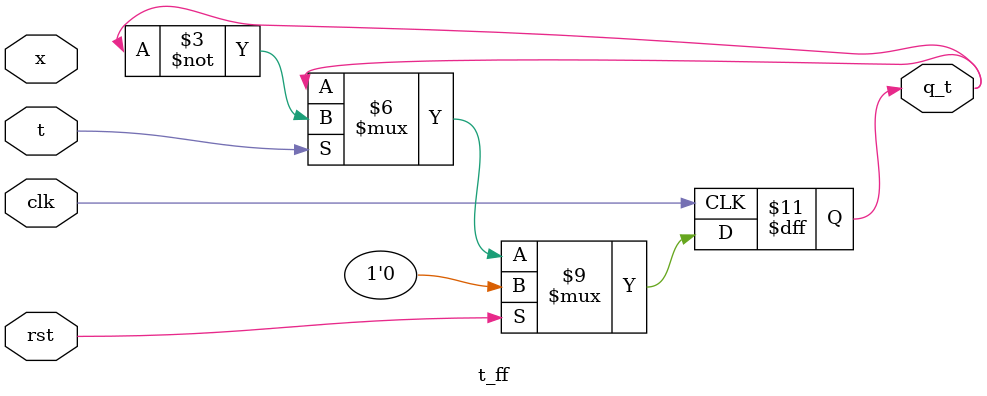
<source format=v>
`timescale 1ns / 1ps
module t_ff(x,t,rst,clk,q_t);
    input t,rst,clk ;
    output reg q_t;
    input wire x;
  always @(posedge clk)
   begin
    
    if(rst)
    q_t <=0;
    else 
     begin
      if(t ==0)
      q_t <= q_t;
  
      else
      q_t <= ~q_t; 
     end
   end
 assign  x= t&q_t;
endmodule

</source>
